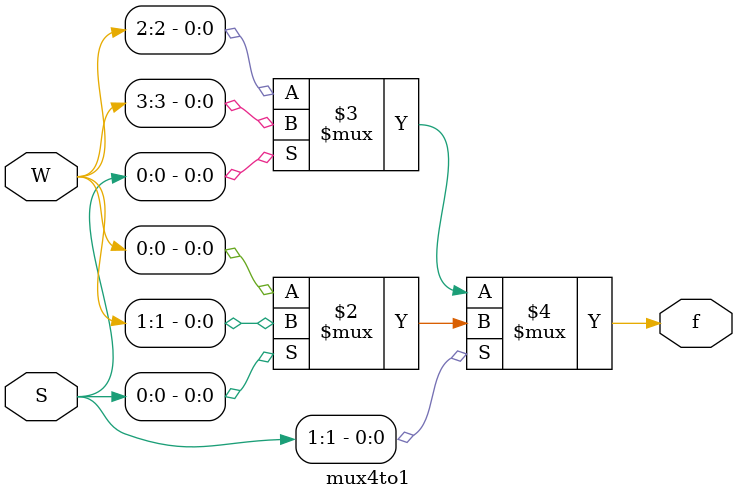
<source format=v>
module mux32to1(W, S, f);
input [0:31]W;
input [4:0]S;
output f;
wire [0:3]X;

mux8to1 m1(W[0:7], S[2:0], X[0]);
mux8to1 m2(W[8:15], S[2:0], X[1]);
mux8to1 m3(W[16:23], S[2:0], X[2]);
mux8to1 m4(W[24:31], S[2:0], X[3]);
mux4to1 m5(X[0:3], S[4:3], f);

endmodule


module mux8to1(W, S, f);
input [0:7]W;
input [2:0]S;
output f;
reg f;

always@(W or S)
        if(S == 0) 
                f = W[0];
        else if(S == 1) 
                f = W[1];
        else if(S == 2) 
                f = W[2];
        else if(S == 3) 
                f = W[3];
        else if(S == 4) 
                f = W[4];
        else if(S == 5) 
                f = W[5];
        else if(S == 6) 
                f = W[6];
        else if(S == 7) 
                f = W[7];
        
endmodule


module mux4to1(W, S, f);
input [0:3]W;
input [1:0]S;
output f;
reg f;

always@(W or S)
        f = S[1] ? (S[0] ? W[1] : W[0]) : (S[0] ? W[3] : W[2]);
        
endmodule


</source>
